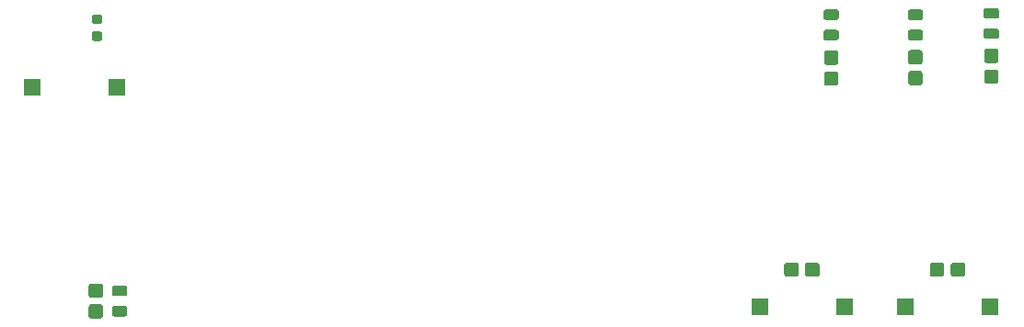
<source format=gbr>
G04 #@! TF.GenerationSoftware,KiCad,Pcbnew,(5.1.5)-2*
G04 #@! TF.CreationDate,2020-04-05T00:52:07+07:00*
G04 #@! TF.ProjectId,KIT_PIC16F1937,4b49545f-5049-4433-9136-46313933372e,rev?*
G04 #@! TF.SameCoordinates,Original*
G04 #@! TF.FileFunction,Paste,Top*
G04 #@! TF.FilePolarity,Positive*
%FSLAX46Y46*%
G04 Gerber Fmt 4.6, Leading zero omitted, Abs format (unit mm)*
G04 Created by KiCad (PCBNEW (5.1.5)-2) date 2020-04-05 00:52:07*
%MOMM*%
%LPD*%
G04 APERTURE LIST*
%ADD10C,0.100000*%
%ADD11R,1.500000X1.500000*%
G04 APERTURE END LIST*
D10*
G36*
X150391691Y-100554053D02*
G01*
X150412926Y-100557203D01*
X150433750Y-100562419D01*
X150453962Y-100569651D01*
X150473368Y-100578830D01*
X150491781Y-100589866D01*
X150509024Y-100602654D01*
X150524930Y-100617070D01*
X150539346Y-100632976D01*
X150552134Y-100650219D01*
X150563170Y-100668632D01*
X150572349Y-100688038D01*
X150579581Y-100708250D01*
X150584797Y-100729074D01*
X150587947Y-100750309D01*
X150589000Y-100771750D01*
X150589000Y-101209250D01*
X150587947Y-101230691D01*
X150584797Y-101251926D01*
X150579581Y-101272750D01*
X150572349Y-101292962D01*
X150563170Y-101312368D01*
X150552134Y-101330781D01*
X150539346Y-101348024D01*
X150524930Y-101363930D01*
X150509024Y-101378346D01*
X150491781Y-101391134D01*
X150473368Y-101402170D01*
X150453962Y-101411349D01*
X150433750Y-101418581D01*
X150412926Y-101423797D01*
X150391691Y-101426947D01*
X150370250Y-101428000D01*
X149857750Y-101428000D01*
X149836309Y-101426947D01*
X149815074Y-101423797D01*
X149794250Y-101418581D01*
X149774038Y-101411349D01*
X149754632Y-101402170D01*
X149736219Y-101391134D01*
X149718976Y-101378346D01*
X149703070Y-101363930D01*
X149688654Y-101348024D01*
X149675866Y-101330781D01*
X149664830Y-101312368D01*
X149655651Y-101292962D01*
X149648419Y-101272750D01*
X149643203Y-101251926D01*
X149640053Y-101230691D01*
X149639000Y-101209250D01*
X149639000Y-100771750D01*
X149640053Y-100750309D01*
X149643203Y-100729074D01*
X149648419Y-100708250D01*
X149655651Y-100688038D01*
X149664830Y-100668632D01*
X149675866Y-100650219D01*
X149688654Y-100632976D01*
X149703070Y-100617070D01*
X149718976Y-100602654D01*
X149736219Y-100589866D01*
X149754632Y-100578830D01*
X149774038Y-100569651D01*
X149794250Y-100562419D01*
X149815074Y-100557203D01*
X149836309Y-100554053D01*
X149857750Y-100553000D01*
X150370250Y-100553000D01*
X150391691Y-100554053D01*
G37*
G36*
X150391691Y-98979053D02*
G01*
X150412926Y-98982203D01*
X150433750Y-98987419D01*
X150453962Y-98994651D01*
X150473368Y-99003830D01*
X150491781Y-99014866D01*
X150509024Y-99027654D01*
X150524930Y-99042070D01*
X150539346Y-99057976D01*
X150552134Y-99075219D01*
X150563170Y-99093632D01*
X150572349Y-99113038D01*
X150579581Y-99133250D01*
X150584797Y-99154074D01*
X150587947Y-99175309D01*
X150589000Y-99196750D01*
X150589000Y-99634250D01*
X150587947Y-99655691D01*
X150584797Y-99676926D01*
X150579581Y-99697750D01*
X150572349Y-99717962D01*
X150563170Y-99737368D01*
X150552134Y-99755781D01*
X150539346Y-99773024D01*
X150524930Y-99788930D01*
X150509024Y-99803346D01*
X150491781Y-99816134D01*
X150473368Y-99827170D01*
X150453962Y-99836349D01*
X150433750Y-99843581D01*
X150412926Y-99848797D01*
X150391691Y-99851947D01*
X150370250Y-99853000D01*
X149857750Y-99853000D01*
X149836309Y-99851947D01*
X149815074Y-99848797D01*
X149794250Y-99843581D01*
X149774038Y-99836349D01*
X149754632Y-99827170D01*
X149736219Y-99816134D01*
X149718976Y-99803346D01*
X149703070Y-99788930D01*
X149688654Y-99773024D01*
X149675866Y-99755781D01*
X149664830Y-99737368D01*
X149655651Y-99717962D01*
X149648419Y-99697750D01*
X149643203Y-99676926D01*
X149640053Y-99655691D01*
X149639000Y-99634250D01*
X149639000Y-99196750D01*
X149640053Y-99175309D01*
X149643203Y-99154074D01*
X149648419Y-99133250D01*
X149655651Y-99113038D01*
X149664830Y-99093632D01*
X149675866Y-99075219D01*
X149688654Y-99057976D01*
X149703070Y-99042070D01*
X149718976Y-99027654D01*
X149736219Y-99014866D01*
X149754632Y-99003830D01*
X149774038Y-98994651D01*
X149794250Y-98987419D01*
X149815074Y-98982203D01*
X149836309Y-98979053D01*
X149857750Y-98978000D01*
X150370250Y-98978000D01*
X150391691Y-98979053D01*
G37*
D11*
X144182000Y-105664000D03*
X151982000Y-105664000D03*
D10*
G36*
X150424504Y-123776204D02*
G01*
X150448773Y-123779804D01*
X150472571Y-123785765D01*
X150495671Y-123794030D01*
X150517849Y-123804520D01*
X150538893Y-123817133D01*
X150558598Y-123831747D01*
X150576777Y-123848223D01*
X150593253Y-123866402D01*
X150607867Y-123886107D01*
X150620480Y-123907151D01*
X150630970Y-123929329D01*
X150639235Y-123952429D01*
X150645196Y-123976227D01*
X150648796Y-124000496D01*
X150650000Y-124025000D01*
X150650000Y-124850000D01*
X150648796Y-124874504D01*
X150645196Y-124898773D01*
X150639235Y-124922571D01*
X150630970Y-124945671D01*
X150620480Y-124967849D01*
X150607867Y-124988893D01*
X150593253Y-125008598D01*
X150576777Y-125026777D01*
X150558598Y-125043253D01*
X150538893Y-125057867D01*
X150517849Y-125070480D01*
X150495671Y-125080970D01*
X150472571Y-125089235D01*
X150448773Y-125095196D01*
X150424504Y-125098796D01*
X150400000Y-125100000D01*
X149600000Y-125100000D01*
X149575496Y-125098796D01*
X149551227Y-125095196D01*
X149527429Y-125089235D01*
X149504329Y-125080970D01*
X149482151Y-125070480D01*
X149461107Y-125057867D01*
X149441402Y-125043253D01*
X149423223Y-125026777D01*
X149406747Y-125008598D01*
X149392133Y-124988893D01*
X149379520Y-124967849D01*
X149369030Y-124945671D01*
X149360765Y-124922571D01*
X149354804Y-124898773D01*
X149351204Y-124874504D01*
X149350000Y-124850000D01*
X149350000Y-124025000D01*
X149351204Y-124000496D01*
X149354804Y-123976227D01*
X149360765Y-123952429D01*
X149369030Y-123929329D01*
X149379520Y-123907151D01*
X149392133Y-123886107D01*
X149406747Y-123866402D01*
X149423223Y-123848223D01*
X149441402Y-123831747D01*
X149461107Y-123817133D01*
X149482151Y-123804520D01*
X149504329Y-123794030D01*
X149527429Y-123785765D01*
X149551227Y-123779804D01*
X149575496Y-123776204D01*
X149600000Y-123775000D01*
X150400000Y-123775000D01*
X150424504Y-123776204D01*
G37*
G36*
X150424504Y-125701204D02*
G01*
X150448773Y-125704804D01*
X150472571Y-125710765D01*
X150495671Y-125719030D01*
X150517849Y-125729520D01*
X150538893Y-125742133D01*
X150558598Y-125756747D01*
X150576777Y-125773223D01*
X150593253Y-125791402D01*
X150607867Y-125811107D01*
X150620480Y-125832151D01*
X150630970Y-125854329D01*
X150639235Y-125877429D01*
X150645196Y-125901227D01*
X150648796Y-125925496D01*
X150650000Y-125950000D01*
X150650000Y-126775000D01*
X150648796Y-126799504D01*
X150645196Y-126823773D01*
X150639235Y-126847571D01*
X150630970Y-126870671D01*
X150620480Y-126892849D01*
X150607867Y-126913893D01*
X150593253Y-126933598D01*
X150576777Y-126951777D01*
X150558598Y-126968253D01*
X150538893Y-126982867D01*
X150517849Y-126995480D01*
X150495671Y-127005970D01*
X150472571Y-127014235D01*
X150448773Y-127020196D01*
X150424504Y-127023796D01*
X150400000Y-127025000D01*
X149600000Y-127025000D01*
X149575496Y-127023796D01*
X149551227Y-127020196D01*
X149527429Y-127014235D01*
X149504329Y-127005970D01*
X149482151Y-126995480D01*
X149461107Y-126982867D01*
X149441402Y-126968253D01*
X149423223Y-126951777D01*
X149406747Y-126933598D01*
X149392133Y-126913893D01*
X149379520Y-126892849D01*
X149369030Y-126870671D01*
X149360765Y-126847571D01*
X149354804Y-126823773D01*
X149351204Y-126799504D01*
X149350000Y-126775000D01*
X149350000Y-125950000D01*
X149351204Y-125925496D01*
X149354804Y-125901227D01*
X149360765Y-125877429D01*
X149369030Y-125854329D01*
X149379520Y-125832151D01*
X149392133Y-125811107D01*
X149406747Y-125791402D01*
X149423223Y-125773223D01*
X149441402Y-125756747D01*
X149461107Y-125742133D01*
X149482151Y-125729520D01*
X149504329Y-125719030D01*
X149527429Y-125710765D01*
X149551227Y-125704804D01*
X149575496Y-125701204D01*
X149600000Y-125700000D01*
X150400000Y-125700000D01*
X150424504Y-125701204D01*
G37*
G36*
X216379504Y-121856204D02*
G01*
X216403773Y-121859804D01*
X216427571Y-121865765D01*
X216450671Y-121874030D01*
X216472849Y-121884520D01*
X216493893Y-121897133D01*
X216513598Y-121911747D01*
X216531777Y-121928223D01*
X216548253Y-121946402D01*
X216562867Y-121966107D01*
X216575480Y-121987151D01*
X216585970Y-122009329D01*
X216594235Y-122032429D01*
X216600196Y-122056227D01*
X216603796Y-122080496D01*
X216605000Y-122105000D01*
X216605000Y-122905000D01*
X216603796Y-122929504D01*
X216600196Y-122953773D01*
X216594235Y-122977571D01*
X216585970Y-123000671D01*
X216575480Y-123022849D01*
X216562867Y-123043893D01*
X216548253Y-123063598D01*
X216531777Y-123081777D01*
X216513598Y-123098253D01*
X216493893Y-123112867D01*
X216472849Y-123125480D01*
X216450671Y-123135970D01*
X216427571Y-123144235D01*
X216403773Y-123150196D01*
X216379504Y-123153796D01*
X216355000Y-123155000D01*
X215530000Y-123155000D01*
X215505496Y-123153796D01*
X215481227Y-123150196D01*
X215457429Y-123144235D01*
X215434329Y-123135970D01*
X215412151Y-123125480D01*
X215391107Y-123112867D01*
X215371402Y-123098253D01*
X215353223Y-123081777D01*
X215336747Y-123063598D01*
X215322133Y-123043893D01*
X215309520Y-123022849D01*
X215299030Y-123000671D01*
X215290765Y-122977571D01*
X215284804Y-122953773D01*
X215281204Y-122929504D01*
X215280000Y-122905000D01*
X215280000Y-122105000D01*
X215281204Y-122080496D01*
X215284804Y-122056227D01*
X215290765Y-122032429D01*
X215299030Y-122009329D01*
X215309520Y-121987151D01*
X215322133Y-121966107D01*
X215336747Y-121946402D01*
X215353223Y-121928223D01*
X215371402Y-121911747D01*
X215391107Y-121897133D01*
X215412151Y-121884520D01*
X215434329Y-121874030D01*
X215457429Y-121865765D01*
X215481227Y-121859804D01*
X215505496Y-121856204D01*
X215530000Y-121855000D01*
X216355000Y-121855000D01*
X216379504Y-121856204D01*
G37*
G36*
X214454504Y-121856204D02*
G01*
X214478773Y-121859804D01*
X214502571Y-121865765D01*
X214525671Y-121874030D01*
X214547849Y-121884520D01*
X214568893Y-121897133D01*
X214588598Y-121911747D01*
X214606777Y-121928223D01*
X214623253Y-121946402D01*
X214637867Y-121966107D01*
X214650480Y-121987151D01*
X214660970Y-122009329D01*
X214669235Y-122032429D01*
X214675196Y-122056227D01*
X214678796Y-122080496D01*
X214680000Y-122105000D01*
X214680000Y-122905000D01*
X214678796Y-122929504D01*
X214675196Y-122953773D01*
X214669235Y-122977571D01*
X214660970Y-123000671D01*
X214650480Y-123022849D01*
X214637867Y-123043893D01*
X214623253Y-123063598D01*
X214606777Y-123081777D01*
X214588598Y-123098253D01*
X214568893Y-123112867D01*
X214547849Y-123125480D01*
X214525671Y-123135970D01*
X214502571Y-123144235D01*
X214478773Y-123150196D01*
X214454504Y-123153796D01*
X214430000Y-123155000D01*
X213605000Y-123155000D01*
X213580496Y-123153796D01*
X213556227Y-123150196D01*
X213532429Y-123144235D01*
X213509329Y-123135970D01*
X213487151Y-123125480D01*
X213466107Y-123112867D01*
X213446402Y-123098253D01*
X213428223Y-123081777D01*
X213411747Y-123063598D01*
X213397133Y-123043893D01*
X213384520Y-123022849D01*
X213374030Y-123000671D01*
X213365765Y-122977571D01*
X213359804Y-122953773D01*
X213356204Y-122929504D01*
X213355000Y-122905000D01*
X213355000Y-122105000D01*
X213356204Y-122080496D01*
X213359804Y-122056227D01*
X213365765Y-122032429D01*
X213374030Y-122009329D01*
X213384520Y-121987151D01*
X213397133Y-121966107D01*
X213411747Y-121946402D01*
X213428223Y-121928223D01*
X213446402Y-121911747D01*
X213466107Y-121897133D01*
X213487151Y-121884520D01*
X213509329Y-121874030D01*
X213532429Y-121865765D01*
X213556227Y-121859804D01*
X213580496Y-121856204D01*
X213605000Y-121855000D01*
X214430000Y-121855000D01*
X214454504Y-121856204D01*
G37*
G36*
X227854504Y-121856204D02*
G01*
X227878773Y-121859804D01*
X227902571Y-121865765D01*
X227925671Y-121874030D01*
X227947849Y-121884520D01*
X227968893Y-121897133D01*
X227988598Y-121911747D01*
X228006777Y-121928223D01*
X228023253Y-121946402D01*
X228037867Y-121966107D01*
X228050480Y-121987151D01*
X228060970Y-122009329D01*
X228069235Y-122032429D01*
X228075196Y-122056227D01*
X228078796Y-122080496D01*
X228080000Y-122105000D01*
X228080000Y-122905000D01*
X228078796Y-122929504D01*
X228075196Y-122953773D01*
X228069235Y-122977571D01*
X228060970Y-123000671D01*
X228050480Y-123022849D01*
X228037867Y-123043893D01*
X228023253Y-123063598D01*
X228006777Y-123081777D01*
X227988598Y-123098253D01*
X227968893Y-123112867D01*
X227947849Y-123125480D01*
X227925671Y-123135970D01*
X227902571Y-123144235D01*
X227878773Y-123150196D01*
X227854504Y-123153796D01*
X227830000Y-123155000D01*
X227005000Y-123155000D01*
X226980496Y-123153796D01*
X226956227Y-123150196D01*
X226932429Y-123144235D01*
X226909329Y-123135970D01*
X226887151Y-123125480D01*
X226866107Y-123112867D01*
X226846402Y-123098253D01*
X226828223Y-123081777D01*
X226811747Y-123063598D01*
X226797133Y-123043893D01*
X226784520Y-123022849D01*
X226774030Y-123000671D01*
X226765765Y-122977571D01*
X226759804Y-122953773D01*
X226756204Y-122929504D01*
X226755000Y-122905000D01*
X226755000Y-122105000D01*
X226756204Y-122080496D01*
X226759804Y-122056227D01*
X226765765Y-122032429D01*
X226774030Y-122009329D01*
X226784520Y-121987151D01*
X226797133Y-121966107D01*
X226811747Y-121946402D01*
X226828223Y-121928223D01*
X226846402Y-121911747D01*
X226866107Y-121897133D01*
X226887151Y-121884520D01*
X226909329Y-121874030D01*
X226932429Y-121865765D01*
X226956227Y-121859804D01*
X226980496Y-121856204D01*
X227005000Y-121855000D01*
X227830000Y-121855000D01*
X227854504Y-121856204D01*
G37*
G36*
X229779504Y-121856204D02*
G01*
X229803773Y-121859804D01*
X229827571Y-121865765D01*
X229850671Y-121874030D01*
X229872849Y-121884520D01*
X229893893Y-121897133D01*
X229913598Y-121911747D01*
X229931777Y-121928223D01*
X229948253Y-121946402D01*
X229962867Y-121966107D01*
X229975480Y-121987151D01*
X229985970Y-122009329D01*
X229994235Y-122032429D01*
X230000196Y-122056227D01*
X230003796Y-122080496D01*
X230005000Y-122105000D01*
X230005000Y-122905000D01*
X230003796Y-122929504D01*
X230000196Y-122953773D01*
X229994235Y-122977571D01*
X229985970Y-123000671D01*
X229975480Y-123022849D01*
X229962867Y-123043893D01*
X229948253Y-123063598D01*
X229931777Y-123081777D01*
X229913598Y-123098253D01*
X229893893Y-123112867D01*
X229872849Y-123125480D01*
X229850671Y-123135970D01*
X229827571Y-123144235D01*
X229803773Y-123150196D01*
X229779504Y-123153796D01*
X229755000Y-123155000D01*
X228930000Y-123155000D01*
X228905496Y-123153796D01*
X228881227Y-123150196D01*
X228857429Y-123144235D01*
X228834329Y-123135970D01*
X228812151Y-123125480D01*
X228791107Y-123112867D01*
X228771402Y-123098253D01*
X228753223Y-123081777D01*
X228736747Y-123063598D01*
X228722133Y-123043893D01*
X228709520Y-123022849D01*
X228699030Y-123000671D01*
X228690765Y-122977571D01*
X228684804Y-122953773D01*
X228681204Y-122929504D01*
X228680000Y-122905000D01*
X228680000Y-122105000D01*
X228681204Y-122080496D01*
X228684804Y-122056227D01*
X228690765Y-122032429D01*
X228699030Y-122009329D01*
X228709520Y-121987151D01*
X228722133Y-121966107D01*
X228736747Y-121946402D01*
X228753223Y-121928223D01*
X228771402Y-121911747D01*
X228791107Y-121897133D01*
X228812151Y-121884520D01*
X228834329Y-121874030D01*
X228857429Y-121865765D01*
X228881227Y-121859804D01*
X228905496Y-121856204D01*
X228930000Y-121855000D01*
X229755000Y-121855000D01*
X229779504Y-121856204D01*
G37*
G36*
X152680142Y-125851174D02*
G01*
X152703803Y-125854684D01*
X152727007Y-125860496D01*
X152749529Y-125868554D01*
X152771153Y-125878782D01*
X152791670Y-125891079D01*
X152810883Y-125905329D01*
X152828607Y-125921393D01*
X152844671Y-125939117D01*
X152858921Y-125958330D01*
X152871218Y-125978847D01*
X152881446Y-126000471D01*
X152889504Y-126022993D01*
X152895316Y-126046197D01*
X152898826Y-126069858D01*
X152900000Y-126093750D01*
X152900000Y-126581250D01*
X152898826Y-126605142D01*
X152895316Y-126628803D01*
X152889504Y-126652007D01*
X152881446Y-126674529D01*
X152871218Y-126696153D01*
X152858921Y-126716670D01*
X152844671Y-126735883D01*
X152828607Y-126753607D01*
X152810883Y-126769671D01*
X152791670Y-126783921D01*
X152771153Y-126796218D01*
X152749529Y-126806446D01*
X152727007Y-126814504D01*
X152703803Y-126820316D01*
X152680142Y-126823826D01*
X152656250Y-126825000D01*
X151743750Y-126825000D01*
X151719858Y-126823826D01*
X151696197Y-126820316D01*
X151672993Y-126814504D01*
X151650471Y-126806446D01*
X151628847Y-126796218D01*
X151608330Y-126783921D01*
X151589117Y-126769671D01*
X151571393Y-126753607D01*
X151555329Y-126735883D01*
X151541079Y-126716670D01*
X151528782Y-126696153D01*
X151518554Y-126674529D01*
X151510496Y-126652007D01*
X151504684Y-126628803D01*
X151501174Y-126605142D01*
X151500000Y-126581250D01*
X151500000Y-126093750D01*
X151501174Y-126069858D01*
X151504684Y-126046197D01*
X151510496Y-126022993D01*
X151518554Y-126000471D01*
X151528782Y-125978847D01*
X151541079Y-125958330D01*
X151555329Y-125939117D01*
X151571393Y-125921393D01*
X151589117Y-125905329D01*
X151608330Y-125891079D01*
X151628847Y-125878782D01*
X151650471Y-125868554D01*
X151672993Y-125860496D01*
X151696197Y-125854684D01*
X151719858Y-125851174D01*
X151743750Y-125850000D01*
X152656250Y-125850000D01*
X152680142Y-125851174D01*
G37*
G36*
X152680142Y-123976174D02*
G01*
X152703803Y-123979684D01*
X152727007Y-123985496D01*
X152749529Y-123993554D01*
X152771153Y-124003782D01*
X152791670Y-124016079D01*
X152810883Y-124030329D01*
X152828607Y-124046393D01*
X152844671Y-124064117D01*
X152858921Y-124083330D01*
X152871218Y-124103847D01*
X152881446Y-124125471D01*
X152889504Y-124147993D01*
X152895316Y-124171197D01*
X152898826Y-124194858D01*
X152900000Y-124218750D01*
X152900000Y-124706250D01*
X152898826Y-124730142D01*
X152895316Y-124753803D01*
X152889504Y-124777007D01*
X152881446Y-124799529D01*
X152871218Y-124821153D01*
X152858921Y-124841670D01*
X152844671Y-124860883D01*
X152828607Y-124878607D01*
X152810883Y-124894671D01*
X152791670Y-124908921D01*
X152771153Y-124921218D01*
X152749529Y-124931446D01*
X152727007Y-124939504D01*
X152703803Y-124945316D01*
X152680142Y-124948826D01*
X152656250Y-124950000D01*
X151743750Y-124950000D01*
X151719858Y-124948826D01*
X151696197Y-124945316D01*
X151672993Y-124939504D01*
X151650471Y-124931446D01*
X151628847Y-124921218D01*
X151608330Y-124908921D01*
X151589117Y-124894671D01*
X151571393Y-124878607D01*
X151555329Y-124860883D01*
X151541079Y-124841670D01*
X151528782Y-124821153D01*
X151518554Y-124799529D01*
X151510496Y-124777007D01*
X151504684Y-124753803D01*
X151501174Y-124730142D01*
X151500000Y-124706250D01*
X151500000Y-124218750D01*
X151501174Y-124194858D01*
X151504684Y-124171197D01*
X151510496Y-124147993D01*
X151518554Y-124125471D01*
X151528782Y-124103847D01*
X151541079Y-124083330D01*
X151555329Y-124064117D01*
X151571393Y-124046393D01*
X151589117Y-124030329D01*
X151608330Y-124016079D01*
X151628847Y-124003782D01*
X151650471Y-123993554D01*
X151672993Y-123985496D01*
X151696197Y-123979684D01*
X151719858Y-123976174D01*
X151743750Y-123975000D01*
X152656250Y-123975000D01*
X152680142Y-123976174D01*
G37*
D11*
X211100000Y-125905000D03*
X218900000Y-125905000D03*
X224500000Y-125905000D03*
X232300000Y-125905000D03*
D10*
G36*
X218102504Y-102315704D02*
G01*
X218126773Y-102319304D01*
X218150571Y-102325265D01*
X218173671Y-102333530D01*
X218195849Y-102344020D01*
X218216893Y-102356633D01*
X218236598Y-102371247D01*
X218254777Y-102387723D01*
X218271253Y-102405902D01*
X218285867Y-102425607D01*
X218298480Y-102446651D01*
X218308970Y-102468829D01*
X218317235Y-102491929D01*
X218323196Y-102515727D01*
X218326796Y-102539996D01*
X218328000Y-102564500D01*
X218328000Y-103389500D01*
X218326796Y-103414004D01*
X218323196Y-103438273D01*
X218317235Y-103462071D01*
X218308970Y-103485171D01*
X218298480Y-103507349D01*
X218285867Y-103528393D01*
X218271253Y-103548098D01*
X218254777Y-103566277D01*
X218236598Y-103582753D01*
X218216893Y-103597367D01*
X218195849Y-103609980D01*
X218173671Y-103620470D01*
X218150571Y-103628735D01*
X218126773Y-103634696D01*
X218102504Y-103638296D01*
X218078000Y-103639500D01*
X217278000Y-103639500D01*
X217253496Y-103638296D01*
X217229227Y-103634696D01*
X217205429Y-103628735D01*
X217182329Y-103620470D01*
X217160151Y-103609980D01*
X217139107Y-103597367D01*
X217119402Y-103582753D01*
X217101223Y-103566277D01*
X217084747Y-103548098D01*
X217070133Y-103528393D01*
X217057520Y-103507349D01*
X217047030Y-103485171D01*
X217038765Y-103462071D01*
X217032804Y-103438273D01*
X217029204Y-103414004D01*
X217028000Y-103389500D01*
X217028000Y-102564500D01*
X217029204Y-102539996D01*
X217032804Y-102515727D01*
X217038765Y-102491929D01*
X217047030Y-102468829D01*
X217057520Y-102446651D01*
X217070133Y-102425607D01*
X217084747Y-102405902D01*
X217101223Y-102387723D01*
X217119402Y-102371247D01*
X217139107Y-102356633D01*
X217160151Y-102344020D01*
X217182329Y-102333530D01*
X217205429Y-102325265D01*
X217229227Y-102319304D01*
X217253496Y-102315704D01*
X217278000Y-102314500D01*
X218078000Y-102314500D01*
X218102504Y-102315704D01*
G37*
G36*
X218102504Y-104240704D02*
G01*
X218126773Y-104244304D01*
X218150571Y-104250265D01*
X218173671Y-104258530D01*
X218195849Y-104269020D01*
X218216893Y-104281633D01*
X218236598Y-104296247D01*
X218254777Y-104312723D01*
X218271253Y-104330902D01*
X218285867Y-104350607D01*
X218298480Y-104371651D01*
X218308970Y-104393829D01*
X218317235Y-104416929D01*
X218323196Y-104440727D01*
X218326796Y-104464996D01*
X218328000Y-104489500D01*
X218328000Y-105314500D01*
X218326796Y-105339004D01*
X218323196Y-105363273D01*
X218317235Y-105387071D01*
X218308970Y-105410171D01*
X218298480Y-105432349D01*
X218285867Y-105453393D01*
X218271253Y-105473098D01*
X218254777Y-105491277D01*
X218236598Y-105507753D01*
X218216893Y-105522367D01*
X218195849Y-105534980D01*
X218173671Y-105545470D01*
X218150571Y-105553735D01*
X218126773Y-105559696D01*
X218102504Y-105563296D01*
X218078000Y-105564500D01*
X217278000Y-105564500D01*
X217253496Y-105563296D01*
X217229227Y-105559696D01*
X217205429Y-105553735D01*
X217182329Y-105545470D01*
X217160151Y-105534980D01*
X217139107Y-105522367D01*
X217119402Y-105507753D01*
X217101223Y-105491277D01*
X217084747Y-105473098D01*
X217070133Y-105453393D01*
X217057520Y-105432349D01*
X217047030Y-105410171D01*
X217038765Y-105387071D01*
X217032804Y-105363273D01*
X217029204Y-105339004D01*
X217028000Y-105314500D01*
X217028000Y-104489500D01*
X217029204Y-104464996D01*
X217032804Y-104440727D01*
X217038765Y-104416929D01*
X217047030Y-104393829D01*
X217057520Y-104371651D01*
X217070133Y-104350607D01*
X217084747Y-104330902D01*
X217101223Y-104312723D01*
X217119402Y-104296247D01*
X217139107Y-104281633D01*
X217160151Y-104269020D01*
X217182329Y-104258530D01*
X217205429Y-104250265D01*
X217229227Y-104244304D01*
X217253496Y-104240704D01*
X217278000Y-104239500D01*
X218078000Y-104239500D01*
X218102504Y-104240704D01*
G37*
G36*
X225849504Y-104187204D02*
G01*
X225873773Y-104190804D01*
X225897571Y-104196765D01*
X225920671Y-104205030D01*
X225942849Y-104215520D01*
X225963893Y-104228133D01*
X225983598Y-104242747D01*
X226001777Y-104259223D01*
X226018253Y-104277402D01*
X226032867Y-104297107D01*
X226045480Y-104318151D01*
X226055970Y-104340329D01*
X226064235Y-104363429D01*
X226070196Y-104387227D01*
X226073796Y-104411496D01*
X226075000Y-104436000D01*
X226075000Y-105261000D01*
X226073796Y-105285504D01*
X226070196Y-105309773D01*
X226064235Y-105333571D01*
X226055970Y-105356671D01*
X226045480Y-105378849D01*
X226032867Y-105399893D01*
X226018253Y-105419598D01*
X226001777Y-105437777D01*
X225983598Y-105454253D01*
X225963893Y-105468867D01*
X225942849Y-105481480D01*
X225920671Y-105491970D01*
X225897571Y-105500235D01*
X225873773Y-105506196D01*
X225849504Y-105509796D01*
X225825000Y-105511000D01*
X225025000Y-105511000D01*
X225000496Y-105509796D01*
X224976227Y-105506196D01*
X224952429Y-105500235D01*
X224929329Y-105491970D01*
X224907151Y-105481480D01*
X224886107Y-105468867D01*
X224866402Y-105454253D01*
X224848223Y-105437777D01*
X224831747Y-105419598D01*
X224817133Y-105399893D01*
X224804520Y-105378849D01*
X224794030Y-105356671D01*
X224785765Y-105333571D01*
X224779804Y-105309773D01*
X224776204Y-105285504D01*
X224775000Y-105261000D01*
X224775000Y-104436000D01*
X224776204Y-104411496D01*
X224779804Y-104387227D01*
X224785765Y-104363429D01*
X224794030Y-104340329D01*
X224804520Y-104318151D01*
X224817133Y-104297107D01*
X224831747Y-104277402D01*
X224848223Y-104259223D01*
X224866402Y-104242747D01*
X224886107Y-104228133D01*
X224907151Y-104215520D01*
X224929329Y-104205030D01*
X224952429Y-104196765D01*
X224976227Y-104190804D01*
X225000496Y-104187204D01*
X225025000Y-104186000D01*
X225825000Y-104186000D01*
X225849504Y-104187204D01*
G37*
G36*
X225849504Y-102262204D02*
G01*
X225873773Y-102265804D01*
X225897571Y-102271765D01*
X225920671Y-102280030D01*
X225942849Y-102290520D01*
X225963893Y-102303133D01*
X225983598Y-102317747D01*
X226001777Y-102334223D01*
X226018253Y-102352402D01*
X226032867Y-102372107D01*
X226045480Y-102393151D01*
X226055970Y-102415329D01*
X226064235Y-102438429D01*
X226070196Y-102462227D01*
X226073796Y-102486496D01*
X226075000Y-102511000D01*
X226075000Y-103336000D01*
X226073796Y-103360504D01*
X226070196Y-103384773D01*
X226064235Y-103408571D01*
X226055970Y-103431671D01*
X226045480Y-103453849D01*
X226032867Y-103474893D01*
X226018253Y-103494598D01*
X226001777Y-103512777D01*
X225983598Y-103529253D01*
X225963893Y-103543867D01*
X225942849Y-103556480D01*
X225920671Y-103566970D01*
X225897571Y-103575235D01*
X225873773Y-103581196D01*
X225849504Y-103584796D01*
X225825000Y-103586000D01*
X225025000Y-103586000D01*
X225000496Y-103584796D01*
X224976227Y-103581196D01*
X224952429Y-103575235D01*
X224929329Y-103566970D01*
X224907151Y-103556480D01*
X224886107Y-103543867D01*
X224866402Y-103529253D01*
X224848223Y-103512777D01*
X224831747Y-103494598D01*
X224817133Y-103474893D01*
X224804520Y-103453849D01*
X224794030Y-103431671D01*
X224785765Y-103408571D01*
X224779804Y-103384773D01*
X224776204Y-103360504D01*
X224775000Y-103336000D01*
X224775000Y-102511000D01*
X224776204Y-102486496D01*
X224779804Y-102462227D01*
X224785765Y-102438429D01*
X224794030Y-102415329D01*
X224804520Y-102393151D01*
X224817133Y-102372107D01*
X224831747Y-102352402D01*
X224848223Y-102334223D01*
X224866402Y-102317747D01*
X224886107Y-102303133D01*
X224907151Y-102290520D01*
X224929329Y-102280030D01*
X224952429Y-102271765D01*
X224976227Y-102265804D01*
X225000496Y-102262204D01*
X225025000Y-102261000D01*
X225825000Y-102261000D01*
X225849504Y-102262204D01*
G37*
G36*
X218158142Y-98525174D02*
G01*
X218181803Y-98528684D01*
X218205007Y-98534496D01*
X218227529Y-98542554D01*
X218249153Y-98552782D01*
X218269670Y-98565079D01*
X218288883Y-98579329D01*
X218306607Y-98595393D01*
X218322671Y-98613117D01*
X218336921Y-98632330D01*
X218349218Y-98652847D01*
X218359446Y-98674471D01*
X218367504Y-98696993D01*
X218373316Y-98720197D01*
X218376826Y-98743858D01*
X218378000Y-98767750D01*
X218378000Y-99255250D01*
X218376826Y-99279142D01*
X218373316Y-99302803D01*
X218367504Y-99326007D01*
X218359446Y-99348529D01*
X218349218Y-99370153D01*
X218336921Y-99390670D01*
X218322671Y-99409883D01*
X218306607Y-99427607D01*
X218288883Y-99443671D01*
X218269670Y-99457921D01*
X218249153Y-99470218D01*
X218227529Y-99480446D01*
X218205007Y-99488504D01*
X218181803Y-99494316D01*
X218158142Y-99497826D01*
X218134250Y-99499000D01*
X217221750Y-99499000D01*
X217197858Y-99497826D01*
X217174197Y-99494316D01*
X217150993Y-99488504D01*
X217128471Y-99480446D01*
X217106847Y-99470218D01*
X217086330Y-99457921D01*
X217067117Y-99443671D01*
X217049393Y-99427607D01*
X217033329Y-99409883D01*
X217019079Y-99390670D01*
X217006782Y-99370153D01*
X216996554Y-99348529D01*
X216988496Y-99326007D01*
X216982684Y-99302803D01*
X216979174Y-99279142D01*
X216978000Y-99255250D01*
X216978000Y-98767750D01*
X216979174Y-98743858D01*
X216982684Y-98720197D01*
X216988496Y-98696993D01*
X216996554Y-98674471D01*
X217006782Y-98652847D01*
X217019079Y-98632330D01*
X217033329Y-98613117D01*
X217049393Y-98595393D01*
X217067117Y-98579329D01*
X217086330Y-98565079D01*
X217106847Y-98552782D01*
X217128471Y-98542554D01*
X217150993Y-98534496D01*
X217174197Y-98528684D01*
X217197858Y-98525174D01*
X217221750Y-98524000D01*
X218134250Y-98524000D01*
X218158142Y-98525174D01*
G37*
G36*
X218158142Y-100400174D02*
G01*
X218181803Y-100403684D01*
X218205007Y-100409496D01*
X218227529Y-100417554D01*
X218249153Y-100427782D01*
X218269670Y-100440079D01*
X218288883Y-100454329D01*
X218306607Y-100470393D01*
X218322671Y-100488117D01*
X218336921Y-100507330D01*
X218349218Y-100527847D01*
X218359446Y-100549471D01*
X218367504Y-100571993D01*
X218373316Y-100595197D01*
X218376826Y-100618858D01*
X218378000Y-100642750D01*
X218378000Y-101130250D01*
X218376826Y-101154142D01*
X218373316Y-101177803D01*
X218367504Y-101201007D01*
X218359446Y-101223529D01*
X218349218Y-101245153D01*
X218336921Y-101265670D01*
X218322671Y-101284883D01*
X218306607Y-101302607D01*
X218288883Y-101318671D01*
X218269670Y-101332921D01*
X218249153Y-101345218D01*
X218227529Y-101355446D01*
X218205007Y-101363504D01*
X218181803Y-101369316D01*
X218158142Y-101372826D01*
X218134250Y-101374000D01*
X217221750Y-101374000D01*
X217197858Y-101372826D01*
X217174197Y-101369316D01*
X217150993Y-101363504D01*
X217128471Y-101355446D01*
X217106847Y-101345218D01*
X217086330Y-101332921D01*
X217067117Y-101318671D01*
X217049393Y-101302607D01*
X217033329Y-101284883D01*
X217019079Y-101265670D01*
X217006782Y-101245153D01*
X216996554Y-101223529D01*
X216988496Y-101201007D01*
X216982684Y-101177803D01*
X216979174Y-101154142D01*
X216978000Y-101130250D01*
X216978000Y-100642750D01*
X216979174Y-100618858D01*
X216982684Y-100595197D01*
X216988496Y-100571993D01*
X216996554Y-100549471D01*
X217006782Y-100527847D01*
X217019079Y-100507330D01*
X217033329Y-100488117D01*
X217049393Y-100470393D01*
X217067117Y-100454329D01*
X217086330Y-100440079D01*
X217106847Y-100427782D01*
X217128471Y-100417554D01*
X217150993Y-100409496D01*
X217174197Y-100403684D01*
X217197858Y-100400174D01*
X217221750Y-100399000D01*
X218134250Y-100399000D01*
X218158142Y-100400174D01*
G37*
G36*
X225905142Y-100400174D02*
G01*
X225928803Y-100403684D01*
X225952007Y-100409496D01*
X225974529Y-100417554D01*
X225996153Y-100427782D01*
X226016670Y-100440079D01*
X226035883Y-100454329D01*
X226053607Y-100470393D01*
X226069671Y-100488117D01*
X226083921Y-100507330D01*
X226096218Y-100527847D01*
X226106446Y-100549471D01*
X226114504Y-100571993D01*
X226120316Y-100595197D01*
X226123826Y-100618858D01*
X226125000Y-100642750D01*
X226125000Y-101130250D01*
X226123826Y-101154142D01*
X226120316Y-101177803D01*
X226114504Y-101201007D01*
X226106446Y-101223529D01*
X226096218Y-101245153D01*
X226083921Y-101265670D01*
X226069671Y-101284883D01*
X226053607Y-101302607D01*
X226035883Y-101318671D01*
X226016670Y-101332921D01*
X225996153Y-101345218D01*
X225974529Y-101355446D01*
X225952007Y-101363504D01*
X225928803Y-101369316D01*
X225905142Y-101372826D01*
X225881250Y-101374000D01*
X224968750Y-101374000D01*
X224944858Y-101372826D01*
X224921197Y-101369316D01*
X224897993Y-101363504D01*
X224875471Y-101355446D01*
X224853847Y-101345218D01*
X224833330Y-101332921D01*
X224814117Y-101318671D01*
X224796393Y-101302607D01*
X224780329Y-101284883D01*
X224766079Y-101265670D01*
X224753782Y-101245153D01*
X224743554Y-101223529D01*
X224735496Y-101201007D01*
X224729684Y-101177803D01*
X224726174Y-101154142D01*
X224725000Y-101130250D01*
X224725000Y-100642750D01*
X224726174Y-100618858D01*
X224729684Y-100595197D01*
X224735496Y-100571993D01*
X224743554Y-100549471D01*
X224753782Y-100527847D01*
X224766079Y-100507330D01*
X224780329Y-100488117D01*
X224796393Y-100470393D01*
X224814117Y-100454329D01*
X224833330Y-100440079D01*
X224853847Y-100427782D01*
X224875471Y-100417554D01*
X224897993Y-100409496D01*
X224921197Y-100403684D01*
X224944858Y-100400174D01*
X224968750Y-100399000D01*
X225881250Y-100399000D01*
X225905142Y-100400174D01*
G37*
G36*
X225905142Y-98525174D02*
G01*
X225928803Y-98528684D01*
X225952007Y-98534496D01*
X225974529Y-98542554D01*
X225996153Y-98552782D01*
X226016670Y-98565079D01*
X226035883Y-98579329D01*
X226053607Y-98595393D01*
X226069671Y-98613117D01*
X226083921Y-98632330D01*
X226096218Y-98652847D01*
X226106446Y-98674471D01*
X226114504Y-98696993D01*
X226120316Y-98720197D01*
X226123826Y-98743858D01*
X226125000Y-98767750D01*
X226125000Y-99255250D01*
X226123826Y-99279142D01*
X226120316Y-99302803D01*
X226114504Y-99326007D01*
X226106446Y-99348529D01*
X226096218Y-99370153D01*
X226083921Y-99390670D01*
X226069671Y-99409883D01*
X226053607Y-99427607D01*
X226035883Y-99443671D01*
X226016670Y-99457921D01*
X225996153Y-99470218D01*
X225974529Y-99480446D01*
X225952007Y-99488504D01*
X225928803Y-99494316D01*
X225905142Y-99497826D01*
X225881250Y-99499000D01*
X224968750Y-99499000D01*
X224944858Y-99497826D01*
X224921197Y-99494316D01*
X224897993Y-99488504D01*
X224875471Y-99480446D01*
X224853847Y-99470218D01*
X224833330Y-99457921D01*
X224814117Y-99443671D01*
X224796393Y-99427607D01*
X224780329Y-99409883D01*
X224766079Y-99390670D01*
X224753782Y-99370153D01*
X224743554Y-99348529D01*
X224735496Y-99326007D01*
X224729684Y-99302803D01*
X224726174Y-99279142D01*
X224725000Y-99255250D01*
X224725000Y-98767750D01*
X224726174Y-98743858D01*
X224729684Y-98720197D01*
X224735496Y-98696993D01*
X224743554Y-98674471D01*
X224753782Y-98652847D01*
X224766079Y-98632330D01*
X224780329Y-98613117D01*
X224796393Y-98595393D01*
X224814117Y-98579329D01*
X224833330Y-98565079D01*
X224853847Y-98552782D01*
X224875471Y-98542554D01*
X224897993Y-98534496D01*
X224921197Y-98528684D01*
X224944858Y-98525174D01*
X224968750Y-98524000D01*
X225881250Y-98524000D01*
X225905142Y-98525174D01*
G37*
G36*
X232834504Y-102135204D02*
G01*
X232858773Y-102138804D01*
X232882571Y-102144765D01*
X232905671Y-102153030D01*
X232927849Y-102163520D01*
X232948893Y-102176133D01*
X232968598Y-102190747D01*
X232986777Y-102207223D01*
X233003253Y-102225402D01*
X233017867Y-102245107D01*
X233030480Y-102266151D01*
X233040970Y-102288329D01*
X233049235Y-102311429D01*
X233055196Y-102335227D01*
X233058796Y-102359496D01*
X233060000Y-102384000D01*
X233060000Y-103209000D01*
X233058796Y-103233504D01*
X233055196Y-103257773D01*
X233049235Y-103281571D01*
X233040970Y-103304671D01*
X233030480Y-103326849D01*
X233017867Y-103347893D01*
X233003253Y-103367598D01*
X232986777Y-103385777D01*
X232968598Y-103402253D01*
X232948893Y-103416867D01*
X232927849Y-103429480D01*
X232905671Y-103439970D01*
X232882571Y-103448235D01*
X232858773Y-103454196D01*
X232834504Y-103457796D01*
X232810000Y-103459000D01*
X232010000Y-103459000D01*
X231985496Y-103457796D01*
X231961227Y-103454196D01*
X231937429Y-103448235D01*
X231914329Y-103439970D01*
X231892151Y-103429480D01*
X231871107Y-103416867D01*
X231851402Y-103402253D01*
X231833223Y-103385777D01*
X231816747Y-103367598D01*
X231802133Y-103347893D01*
X231789520Y-103326849D01*
X231779030Y-103304671D01*
X231770765Y-103281571D01*
X231764804Y-103257773D01*
X231761204Y-103233504D01*
X231760000Y-103209000D01*
X231760000Y-102384000D01*
X231761204Y-102359496D01*
X231764804Y-102335227D01*
X231770765Y-102311429D01*
X231779030Y-102288329D01*
X231789520Y-102266151D01*
X231802133Y-102245107D01*
X231816747Y-102225402D01*
X231833223Y-102207223D01*
X231851402Y-102190747D01*
X231871107Y-102176133D01*
X231892151Y-102163520D01*
X231914329Y-102153030D01*
X231937429Y-102144765D01*
X231961227Y-102138804D01*
X231985496Y-102135204D01*
X232010000Y-102134000D01*
X232810000Y-102134000D01*
X232834504Y-102135204D01*
G37*
G36*
X232834504Y-104060204D02*
G01*
X232858773Y-104063804D01*
X232882571Y-104069765D01*
X232905671Y-104078030D01*
X232927849Y-104088520D01*
X232948893Y-104101133D01*
X232968598Y-104115747D01*
X232986777Y-104132223D01*
X233003253Y-104150402D01*
X233017867Y-104170107D01*
X233030480Y-104191151D01*
X233040970Y-104213329D01*
X233049235Y-104236429D01*
X233055196Y-104260227D01*
X233058796Y-104284496D01*
X233060000Y-104309000D01*
X233060000Y-105134000D01*
X233058796Y-105158504D01*
X233055196Y-105182773D01*
X233049235Y-105206571D01*
X233040970Y-105229671D01*
X233030480Y-105251849D01*
X233017867Y-105272893D01*
X233003253Y-105292598D01*
X232986777Y-105310777D01*
X232968598Y-105327253D01*
X232948893Y-105341867D01*
X232927849Y-105354480D01*
X232905671Y-105364970D01*
X232882571Y-105373235D01*
X232858773Y-105379196D01*
X232834504Y-105382796D01*
X232810000Y-105384000D01*
X232010000Y-105384000D01*
X231985496Y-105382796D01*
X231961227Y-105379196D01*
X231937429Y-105373235D01*
X231914329Y-105364970D01*
X231892151Y-105354480D01*
X231871107Y-105341867D01*
X231851402Y-105327253D01*
X231833223Y-105310777D01*
X231816747Y-105292598D01*
X231802133Y-105272893D01*
X231789520Y-105251849D01*
X231779030Y-105229671D01*
X231770765Y-105206571D01*
X231764804Y-105182773D01*
X231761204Y-105158504D01*
X231760000Y-105134000D01*
X231760000Y-104309000D01*
X231761204Y-104284496D01*
X231764804Y-104260227D01*
X231770765Y-104236429D01*
X231779030Y-104213329D01*
X231789520Y-104191151D01*
X231802133Y-104170107D01*
X231816747Y-104150402D01*
X231833223Y-104132223D01*
X231851402Y-104115747D01*
X231871107Y-104101133D01*
X231892151Y-104088520D01*
X231914329Y-104078030D01*
X231937429Y-104069765D01*
X231961227Y-104063804D01*
X231985496Y-104060204D01*
X232010000Y-104059000D01*
X232810000Y-104059000D01*
X232834504Y-104060204D01*
G37*
G36*
X232890142Y-98398174D02*
G01*
X232913803Y-98401684D01*
X232937007Y-98407496D01*
X232959529Y-98415554D01*
X232981153Y-98425782D01*
X233001670Y-98438079D01*
X233020883Y-98452329D01*
X233038607Y-98468393D01*
X233054671Y-98486117D01*
X233068921Y-98505330D01*
X233081218Y-98525847D01*
X233091446Y-98547471D01*
X233099504Y-98569993D01*
X233105316Y-98593197D01*
X233108826Y-98616858D01*
X233110000Y-98640750D01*
X233110000Y-99128250D01*
X233108826Y-99152142D01*
X233105316Y-99175803D01*
X233099504Y-99199007D01*
X233091446Y-99221529D01*
X233081218Y-99243153D01*
X233068921Y-99263670D01*
X233054671Y-99282883D01*
X233038607Y-99300607D01*
X233020883Y-99316671D01*
X233001670Y-99330921D01*
X232981153Y-99343218D01*
X232959529Y-99353446D01*
X232937007Y-99361504D01*
X232913803Y-99367316D01*
X232890142Y-99370826D01*
X232866250Y-99372000D01*
X231953750Y-99372000D01*
X231929858Y-99370826D01*
X231906197Y-99367316D01*
X231882993Y-99361504D01*
X231860471Y-99353446D01*
X231838847Y-99343218D01*
X231818330Y-99330921D01*
X231799117Y-99316671D01*
X231781393Y-99300607D01*
X231765329Y-99282883D01*
X231751079Y-99263670D01*
X231738782Y-99243153D01*
X231728554Y-99221529D01*
X231720496Y-99199007D01*
X231714684Y-99175803D01*
X231711174Y-99152142D01*
X231710000Y-99128250D01*
X231710000Y-98640750D01*
X231711174Y-98616858D01*
X231714684Y-98593197D01*
X231720496Y-98569993D01*
X231728554Y-98547471D01*
X231738782Y-98525847D01*
X231751079Y-98505330D01*
X231765329Y-98486117D01*
X231781393Y-98468393D01*
X231799117Y-98452329D01*
X231818330Y-98438079D01*
X231838847Y-98425782D01*
X231860471Y-98415554D01*
X231882993Y-98407496D01*
X231906197Y-98401684D01*
X231929858Y-98398174D01*
X231953750Y-98397000D01*
X232866250Y-98397000D01*
X232890142Y-98398174D01*
G37*
G36*
X232890142Y-100273174D02*
G01*
X232913803Y-100276684D01*
X232937007Y-100282496D01*
X232959529Y-100290554D01*
X232981153Y-100300782D01*
X233001670Y-100313079D01*
X233020883Y-100327329D01*
X233038607Y-100343393D01*
X233054671Y-100361117D01*
X233068921Y-100380330D01*
X233081218Y-100400847D01*
X233091446Y-100422471D01*
X233099504Y-100444993D01*
X233105316Y-100468197D01*
X233108826Y-100491858D01*
X233110000Y-100515750D01*
X233110000Y-101003250D01*
X233108826Y-101027142D01*
X233105316Y-101050803D01*
X233099504Y-101074007D01*
X233091446Y-101096529D01*
X233081218Y-101118153D01*
X233068921Y-101138670D01*
X233054671Y-101157883D01*
X233038607Y-101175607D01*
X233020883Y-101191671D01*
X233001670Y-101205921D01*
X232981153Y-101218218D01*
X232959529Y-101228446D01*
X232937007Y-101236504D01*
X232913803Y-101242316D01*
X232890142Y-101245826D01*
X232866250Y-101247000D01*
X231953750Y-101247000D01*
X231929858Y-101245826D01*
X231906197Y-101242316D01*
X231882993Y-101236504D01*
X231860471Y-101228446D01*
X231838847Y-101218218D01*
X231818330Y-101205921D01*
X231799117Y-101191671D01*
X231781393Y-101175607D01*
X231765329Y-101157883D01*
X231751079Y-101138670D01*
X231738782Y-101118153D01*
X231728554Y-101096529D01*
X231720496Y-101074007D01*
X231714684Y-101050803D01*
X231711174Y-101027142D01*
X231710000Y-101003250D01*
X231710000Y-100515750D01*
X231711174Y-100491858D01*
X231714684Y-100468197D01*
X231720496Y-100444993D01*
X231728554Y-100422471D01*
X231738782Y-100400847D01*
X231751079Y-100380330D01*
X231765329Y-100361117D01*
X231781393Y-100343393D01*
X231799117Y-100327329D01*
X231818330Y-100313079D01*
X231838847Y-100300782D01*
X231860471Y-100290554D01*
X231882993Y-100282496D01*
X231906197Y-100276684D01*
X231929858Y-100273174D01*
X231953750Y-100272000D01*
X232866250Y-100272000D01*
X232890142Y-100273174D01*
G37*
M02*

</source>
